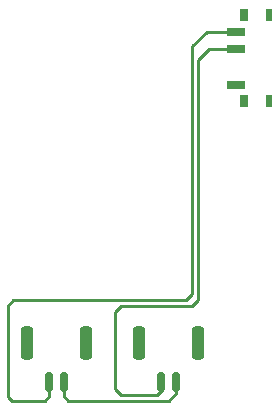
<source format=gbr>
G04 #@! TF.GenerationSoftware,KiCad,Pcbnew,8.0.0-rc1-52-g27482ef8a0*
G04 #@! TF.CreationDate,2024-01-20T20:33:33+01:00*
G04 #@! TF.ProjectId,test,74657374-2e6b-4696-9361-645f70636258,rev?*
G04 #@! TF.SameCoordinates,Original*
G04 #@! TF.FileFunction,Copper,L1,Top*
G04 #@! TF.FilePolarity,Positive*
%FSLAX46Y46*%
G04 Gerber Fmt 4.6, Leading zero omitted, Abs format (unit mm)*
G04 Created by KiCad (PCBNEW 8.0.0-rc1-52-g27482ef8a0) date 2024-01-20 20:33:33*
%MOMM*%
%LPD*%
G01*
G04 APERTURE LIST*
G04 Aperture macros list*
%AMRoundRect*
0 Rectangle with rounded corners*
0 $1 Rounding radius*
0 $2 $3 $4 $5 $6 $7 $8 $9 X,Y pos of 4 corners*
0 Add a 4 corners polygon primitive as box body*
4,1,4,$2,$3,$4,$5,$6,$7,$8,$9,$2,$3,0*
0 Add four circle primitives for the rounded corners*
1,1,$1+$1,$2,$3*
1,1,$1+$1,$4,$5*
1,1,$1+$1,$6,$7*
1,1,$1+$1,$8,$9*
0 Add four rect primitives between the rounded corners*
20,1,$1+$1,$2,$3,$4,$5,0*
20,1,$1+$1,$4,$5,$6,$7,0*
20,1,$1+$1,$6,$7,$8,$9,0*
20,1,$1+$1,$8,$9,$2,$3,0*%
G04 Aperture macros list end*
G04 #@! TA.AperFunction,SMDPad,CuDef*
%ADD10RoundRect,0.150000X-0.150000X-0.700000X0.150000X-0.700000X0.150000X0.700000X-0.150000X0.700000X0*%
G04 #@! TD*
G04 #@! TA.AperFunction,SMDPad,CuDef*
%ADD11RoundRect,0.250000X-0.250000X-1.150000X0.250000X-1.150000X0.250000X1.150000X-0.250000X1.150000X0*%
G04 #@! TD*
G04 #@! TA.AperFunction,SMDPad,CuDef*
%ADD12R,1.498600X0.698500*%
G04 #@! TD*
G04 #@! TA.AperFunction,SMDPad,CuDef*
%ADD13R,0.599440X0.998220*%
G04 #@! TD*
G04 #@! TA.AperFunction,SMDPad,CuDef*
%ADD14R,0.797560X0.998220*%
G04 #@! TD*
G04 #@! TA.AperFunction,Conductor*
%ADD15C,0.250000*%
G04 #@! TD*
G04 APERTURE END LIST*
D10*
X49875000Y-120450000D03*
X51125000Y-120450000D03*
D11*
X48025000Y-117100000D03*
X52975000Y-117100000D03*
D12*
X65752480Y-90752100D03*
X65752480Y-92250700D03*
X65752480Y-95247900D03*
D13*
X68498220Y-89350020D03*
D14*
X66400180Y-89350020D03*
D13*
X68498220Y-96649980D03*
D14*
X66400180Y-96649980D03*
D10*
X59375000Y-120450000D03*
X60625000Y-120450000D03*
D11*
X57525000Y-117100000D03*
X62475000Y-117100000D03*
D15*
X46870000Y-113500000D02*
X46420000Y-113950000D01*
X63247900Y-90752100D02*
X62000000Y-92000000D01*
X62000000Y-113000000D02*
X61500000Y-113500000D01*
X65752480Y-90752100D02*
X63247900Y-90752100D01*
X62000000Y-92000000D02*
X62000000Y-113000000D01*
X46420000Y-121650000D02*
X46770000Y-122000000D01*
X61500000Y-113500000D02*
X46870000Y-113500000D01*
X49875000Y-121625000D02*
X49875000Y-120175000D01*
X46420000Y-113950000D02*
X46420000Y-121650000D01*
X46770000Y-122000000D02*
X49500000Y-122000000D01*
X49500000Y-122000000D02*
X49875000Y-121625000D01*
X60625000Y-121375000D02*
X60625000Y-120175000D01*
X60000000Y-122000000D02*
X60625000Y-121375000D01*
X51500000Y-122000000D02*
X60000000Y-122000000D01*
X51125000Y-120175000D02*
X51125000Y-121625000D01*
X51125000Y-121625000D02*
X51500000Y-122000000D01*
X62500000Y-113500000D02*
X62500000Y-93160000D01*
X62000000Y-114000000D02*
X62500000Y-113500000D01*
X62500000Y-93160000D02*
X63409300Y-92250700D01*
X59500000Y-121000000D02*
X59000000Y-121500000D01*
X55500000Y-114500000D02*
X56000000Y-114000000D01*
X59500000Y-120300000D02*
X59500000Y-121000000D01*
X56000000Y-121500000D02*
X55500000Y-121000000D01*
X59000000Y-121500000D02*
X56000000Y-121500000D01*
X56000000Y-114000000D02*
X62000000Y-114000000D01*
X63409300Y-92250700D02*
X65752480Y-92250700D01*
X59375000Y-120175000D02*
X59500000Y-120300000D01*
X55500000Y-121000000D02*
X55500000Y-114500000D01*
M02*

</source>
